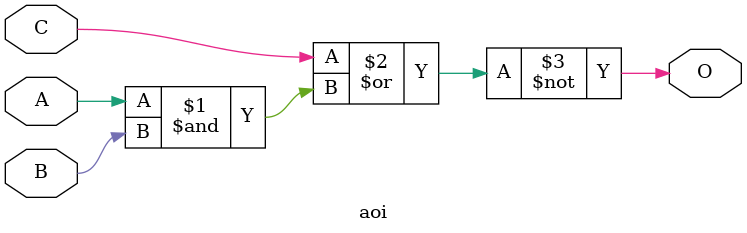
<source format=v>
`ifndef MODULE_aoi
`define MODULE_aoi

module aoi (
    output O, 
    input A, B, C
    );

    assign O = C ~| (A & B);

endmodule // AOI

`endif
</source>
